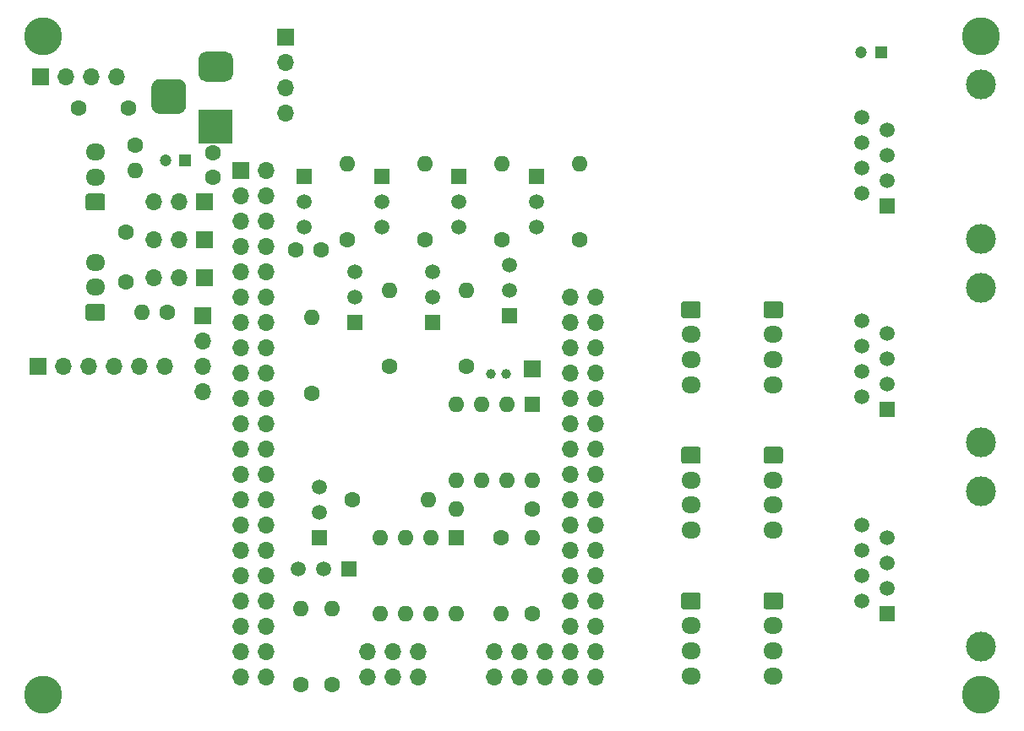
<source format=gbr>
%TF.GenerationSoftware,KiCad,Pcbnew,5.1.10-88a1d61d58~90~ubuntu20.10.1*%
%TF.CreationDate,2021-08-21T12:51:11-05:00*%
%TF.ProjectId,nutrient,6e757472-6965-46e7-942e-6b696361645f,rev?*%
%TF.SameCoordinates,Original*%
%TF.FileFunction,Copper,L1,Top*%
%TF.FilePolarity,Positive*%
%FSLAX46Y46*%
G04 Gerber Fmt 4.6, Leading zero omitted, Abs format (unit mm)*
G04 Created by KiCad (PCBNEW 5.1.10-88a1d61d58~90~ubuntu20.10.1) date 2021-08-21 12:51:11*
%MOMM*%
%LPD*%
G01*
G04 APERTURE LIST*
%TA.AperFunction,ComponentPad*%
%ADD10C,1.200000*%
%TD*%
%TA.AperFunction,ComponentPad*%
%ADD11R,1.200000X1.200000*%
%TD*%
%TA.AperFunction,ComponentPad*%
%ADD12C,1.600000*%
%TD*%
%TA.AperFunction,ComponentPad*%
%ADD13R,1.700000X1.700000*%
%TD*%
%TA.AperFunction,ComponentPad*%
%ADD14O,1.700000X1.700000*%
%TD*%
%TA.AperFunction,ComponentPad*%
%ADD15O,1.600000X1.600000*%
%TD*%
%TA.AperFunction,ConnectorPad*%
%ADD16C,3.800000*%
%TD*%
%TA.AperFunction,ComponentPad*%
%ADD17C,2.600000*%
%TD*%
%TA.AperFunction,ComponentPad*%
%ADD18C,1.500000*%
%TD*%
%TA.AperFunction,ComponentPad*%
%ADD19R,1.500000X1.500000*%
%TD*%
%TA.AperFunction,ComponentPad*%
%ADD20R,3.500000X3.500000*%
%TD*%
%TA.AperFunction,ComponentPad*%
%ADD21O,1.950000X1.700000*%
%TD*%
%TA.AperFunction,ComponentPad*%
%ADD22C,3.000000*%
%TD*%
%TA.AperFunction,ComponentPad*%
%ADD23R,1.600000X1.600000*%
%TD*%
%TA.AperFunction,ComponentPad*%
%ADD24C,1.000000*%
%TD*%
G04 APERTURE END LIST*
D10*
%TO.P,C6,2*%
%TO.N,GND*%
X114332000Y-49784000D03*
D11*
%TO.P,C6,1*%
%TO.N,/VIN1*%
X116332000Y-49784000D03*
%TD*%
D12*
%TO.P,C5,2*%
%TO.N,Net-(C5-Pad2)*%
X110664000Y-44577000D03*
%TO.P,C5,1*%
%TO.N,GND*%
X105664000Y-44577000D03*
%TD*%
%TO.P,C4,2*%
%TO.N,GND*%
X110363000Y-57023000D03*
%TO.P,C4,1*%
%TO.N,Net-(C4-Pad1)*%
X110363000Y-62023000D03*
%TD*%
D13*
%TO.P,JI2C3,1*%
%TO.N,/SCL*%
X126365000Y-37465000D03*
D14*
%TO.P,JI2C3,2*%
%TO.N,/SDA*%
X126365000Y-40005000D03*
%TO.P,JI2C3,3*%
%TO.N,GND*%
X126365000Y-42545000D03*
%TO.P,JI2C3,4*%
%TO.N,/5V2*%
X126365000Y-45085000D03*
%TD*%
D13*
%TO.P,J9,1*%
%TO.N,/INT4*%
X151130000Y-70739000D03*
%TD*%
D14*
%TO.P,JI2C2,4*%
%TO.N,/5V2*%
X109474000Y-41402000D03*
%TO.P,JI2C2,3*%
%TO.N,GND*%
X106934000Y-41402000D03*
%TO.P,JI2C2,2*%
%TO.N,/SCL*%
X104394000Y-41402000D03*
D13*
%TO.P,JI2C2,1*%
%TO.N,/SDA*%
X101854000Y-41402000D03*
%TD*%
D14*
%TO.P,XA1,D43*%
%TO.N,Net-(J3-Pad4)*%
X154940000Y-96520000D03*
%TO.P,XA1,D42*%
%TO.N,Net-(J3-Pad3)*%
X157480000Y-96520000D03*
%TO.P,XA1,D18*%
%TO.N,Net-(XA1-PadD18)*%
X124460000Y-86360000D03*
%TO.P,XA1,D25*%
%TO.N,Net-(XA1-PadD25)*%
X121920000Y-93980000D03*
D13*
%TO.P,XA1,VIN1*%
%TO.N,/VIN1*%
X121920000Y-50800000D03*
D14*
%TO.P,XA1,D33*%
%TO.N,Net-(J5-Pad2)*%
X154940000Y-83820000D03*
%TO.P,XA1,3V2*%
%TO.N,Net-(XA1-Pad3V2)*%
X124460000Y-58420000D03*
%TO.P,XA1,D16*%
%TO.N,Net-(XA1-PadD16)*%
X124460000Y-83820000D03*
%TO.P,XA1,AREF*%
%TO.N,/VIN*%
X124460000Y-60960000D03*
%TO.P,XA1,D10*%
%TO.N,Net-(RQ7-Pad1)*%
X124460000Y-76200000D03*
%TO.P,XA1,D8*%
%TO.N,Net-(RQ5-Pad1)*%
X124460000Y-73660000D03*
%TO.P,XA1,D36*%
%TO.N,Net-(J4-Pad1)*%
X157480000Y-88900000D03*
%TO.P,XA1,D9*%
%TO.N,Net-(RQ6-Pad1)*%
X121920000Y-73660000D03*
%TO.P,XA1,D6*%
%TO.N,Net-(RQ3-Pad1)*%
X124460000Y-71120000D03*
%TO.P,XA1,5V1*%
%TO.N,/5V2*%
X121920000Y-55880000D03*
%TO.P,XA1,D1*%
%TO.N,Net-(XA1-PadD1)*%
X121920000Y-63500000D03*
%TO.P,XA1,D20*%
%TO.N,/SDA*%
X124460000Y-88900000D03*
%TO.P,XA1,D4*%
%TO.N,Net-(RQ1-Pad1)*%
X124460000Y-68580000D03*
%TO.P,XA1,D24*%
%TO.N,Net-(XA1-PadD24)*%
X124460000Y-93980000D03*
%TO.P,XA1,D3*%
%TO.N,/INT1*%
X121920000Y-66040000D03*
%TO.P,XA1,D23*%
%TO.N,/SS2*%
X121920000Y-91440000D03*
%TO.P,XA1,3V1*%
%TO.N,Net-(JP1-Pad1)*%
X121920000Y-58420000D03*
%TO.P,XA1,D7*%
%TO.N,Net-(RQ4-Pad1)*%
X121920000Y-71120000D03*
%TO.P,XA1,D40*%
%TO.N,Net-(J3-Pad1)*%
X157480000Y-93980000D03*
%TO.P,XA1,D17*%
%TO.N,Net-(XA1-PadD17)*%
X121920000Y-83820000D03*
%TO.P,XA1,D49*%
%TO.N,Net-(J1-Pad1)*%
X152400000Y-99060000D03*
%TO.P,XA1,D14*%
%TO.N,Net-(XA1-PadD14)*%
X124460000Y-81280000D03*
%TO.P,XA1,RST2*%
%TO.N,Net-(XA1-PadRST2)*%
X134620000Y-99060000D03*
%TO.P,XA1,D52*%
%TO.N,Net-(XA1-PadD52)*%
X147320000Y-101600000D03*
%TO.P,XA1,D50*%
%TO.N,Net-(XA1-PadD50)*%
X149860000Y-101600000D03*
%TO.P,XA1,D38*%
%TO.N,Net-(J4-Pad3)*%
X157480000Y-91440000D03*
%TO.P,XA1,A6*%
%TO.N,Net-(JS1-Pad7)*%
X157480000Y-71120000D03*
%TO.P,XA1,A12*%
%TO.N,Net-(J6-Pad1)*%
X157480000Y-78740000D03*
%TO.P,XA1,D34*%
%TO.N,Net-(J5-Pad3)*%
X157480000Y-86360000D03*
%TO.P,XA1,MOSI*%
%TO.N,/MOSI*%
X137160000Y-101600000D03*
%TO.P,XA1,SCK*%
%TO.N,/SCK*%
X137160000Y-99060000D03*
%TO.P,XA1,D39*%
%TO.N,Net-(J4-Pad4)*%
X154940000Y-91440000D03*
%TO.P,XA1,A13*%
%TO.N,Net-(J6-Pad2)*%
X154940000Y-78740000D03*
%TO.P,XA1,D28*%
%TO.N,Net-(XA1-PadD28)*%
X124460000Y-99060000D03*
%TO.P,XA1,A10*%
%TO.N,Net-(JS1-Pad3)*%
X157480000Y-76200000D03*
%TO.P,XA1,A0*%
%TO.N,Net-(JS2-Pad7)*%
X157480000Y-63500000D03*
%TO.P,XA1,MISO*%
%TO.N,/MISO*%
X139700000Y-99060000D03*
%TO.P,XA1,D48*%
%TO.N,Net-(J1-Pad2)*%
X152400000Y-101600000D03*
%TO.P,XA1,D19*%
%TO.N,Net-(XA1-PadD19)*%
X121920000Y-86360000D03*
%TO.P,XA1,D29*%
%TO.N,Net-(XA1-PadD29)*%
X121920000Y-99060000D03*
%TO.P,XA1,A15*%
%TO.N,Net-(J6-Pad4)*%
X154940000Y-81280000D03*
%TO.P,XA1,D12*%
%TO.N,/INT4*%
X124460000Y-78740000D03*
%TO.P,XA1,D22*%
%TO.N,/SS1*%
X124460000Y-91440000D03*
%TO.P,XA1,A1*%
%TO.N,Net-(JS2-Pad6)*%
X154940000Y-63500000D03*
%TO.P,XA1,A11*%
%TO.N,Net-(JS1-Pad2)*%
X154940000Y-76200000D03*
%TO.P,XA1,A2*%
%TO.N,Net-(JS2-Pad5)*%
X157480000Y-66040000D03*
%TO.P,XA1,D30*%
%TO.N,/D30*%
X124460000Y-101600000D03*
%TO.P,XA1,A8*%
%TO.N,Net-(JS1-Pad5)*%
X157480000Y-73660000D03*
%TO.P,XA1,A3*%
%TO.N,Net-(JS2-Pad4)*%
X154940000Y-66040000D03*
%TO.P,XA1,D46*%
%TO.N,Net-(J2-Pad3)*%
X157480000Y-101600000D03*
%TO.P,XA1,D47*%
%TO.N,Net-(J2-Pad4)*%
X154940000Y-101600000D03*
%TO.P,XA1,A9*%
%TO.N,Net-(JS1-Pad4)*%
X154940000Y-73660000D03*
%TO.P,XA1,D44*%
%TO.N,Net-(J2-Pad1)*%
X157480000Y-99060000D03*
%TO.P,XA1,D21*%
%TO.N,/SCL*%
X121920000Y-88900000D03*
%TO.P,XA1,D45*%
%TO.N,Net-(J2-Pad2)*%
X154940000Y-99060000D03*
%TO.P,XA1,D27*%
%TO.N,Net-(XA1-PadD27)*%
X121920000Y-96520000D03*
%TO.P,XA1,GND3*%
%TO.N,/GND3*%
X134620000Y-101600000D03*
%TO.P,XA1,D32*%
%TO.N,Net-(J5-Pad1)*%
X157480000Y-83820000D03*
%TO.P,XA1,A4*%
%TO.N,Net-(JS2-Pad3)*%
X157480000Y-68580000D03*
%TO.P,XA1,GND1*%
%TO.N,GND*%
X121920000Y-53340000D03*
%TO.P,XA1,D5*%
%TO.N,Net-(RQ2-Pad1)*%
X121920000Y-68580000D03*
%TO.P,XA1,D2*%
%TO.N,/INT0*%
X124460000Y-66040000D03*
%TO.P,XA1,VIN2*%
%TO.N,/VIN1*%
X124460000Y-50800000D03*
%TO.P,XA1,GND2*%
%TO.N,GND*%
X124460000Y-53340000D03*
%TO.P,XA1,D53*%
%TO.N,Net-(XA1-PadD53)*%
X147320000Y-99060000D03*
%TO.P,XA1,A14*%
%TO.N,Net-(J6-Pad3)*%
X157480000Y-81280000D03*
%TO.P,XA1,D0*%
%TO.N,Net-(XA1-PadD0)*%
X124460000Y-63500000D03*
%TO.P,XA1,D41*%
%TO.N,Net-(J3-Pad2)*%
X154940000Y-93980000D03*
%TO.P,XA1,5V2*%
%TO.N,/5V2*%
X124460000Y-55880000D03*
%TO.P,XA1,D11*%
%TO.N,Net-(XA1-PadD11)*%
X121920000Y-76200000D03*
%TO.P,XA1,D26*%
%TO.N,Net-(XA1-PadD26)*%
X124460000Y-96520000D03*
%TO.P,XA1,5V3*%
%TO.N,/5V3*%
X139700000Y-101600000D03*
%TO.P,XA1,D15*%
%TO.N,Net-(XA1-PadD15)*%
X121920000Y-81280000D03*
%TO.P,XA1,D51*%
%TO.N,Net-(XA1-PadD51)*%
X149860000Y-99060000D03*
%TO.P,XA1,A5*%
%TO.N,Net-(JS2-Pad2)*%
X154940000Y-68580000D03*
%TO.P,XA1,A7*%
%TO.N,Net-(JS1-Pad6)*%
X154940000Y-71120000D03*
%TO.P,XA1,D37*%
%TO.N,Net-(J4-Pad2)*%
X154940000Y-88900000D03*
%TO.P,XA1,D31*%
%TO.N,/D31*%
X121920000Y-101600000D03*
%TO.P,XA1,D35*%
%TO.N,Net-(J5-Pad4)*%
X154940000Y-86360000D03*
%TO.P,XA1,RST1*%
%TO.N,Net-(XA1-PadRST1)*%
X121920000Y-60960000D03*
%TO.P,XA1,D13*%
%TO.N,Net-(XA1-PadD13)*%
X121920000Y-78740000D03*
%TD*%
D15*
%TO.P,R6,2*%
%TO.N,/INT0*%
X111315500Y-50800000D03*
D12*
%TO.P,R6,1*%
%TO.N,Net-(C5-Pad2)*%
X111315500Y-48260000D03*
%TD*%
D14*
%TO.P,JP1,3*%
%TO.N,/5V2*%
X113157000Y-53975000D03*
%TO.P,JP1,2*%
%TO.N,/VIN*%
X115697000Y-53975000D03*
D13*
%TO.P,JP1,1*%
%TO.N,Net-(JP1-Pad1)*%
X118237000Y-53975000D03*
%TD*%
D14*
%TO.P,JI2C1,4*%
%TO.N,/SDA*%
X118110000Y-73025000D03*
%TO.P,JI2C1,3*%
%TO.N,/SCL*%
X118110000Y-70485000D03*
%TO.P,JI2C1,2*%
%TO.N,GND*%
X118110000Y-67945000D03*
D13*
%TO.P,JI2C1,1*%
%TO.N,/5V2*%
X118110000Y-65405000D03*
%TD*%
D12*
%TO.P,C2,2*%
%TO.N,/VIN1*%
X119126000Y-49022000D03*
%TO.P,C2,1*%
%TO.N,GND*%
X119126000Y-51522000D03*
%TD*%
%TO.P,C1,2*%
%TO.N,/5V2*%
X127421000Y-58801000D03*
%TO.P,C1,1*%
%TO.N,GND*%
X129921000Y-58801000D03*
%TD*%
D15*
%TO.P,R5,2*%
%TO.N,Net-(C4-Pad1)*%
X112014000Y-65024000D03*
D12*
%TO.P,R5,1*%
%TO.N,/INT1*%
X114554000Y-65024000D03*
%TD*%
D14*
%TO.P,JP2,3*%
%TO.N,GND*%
X113157000Y-57785000D03*
%TO.P,JP2,2*%
%TO.N,/INT0*%
X115697000Y-57785000D03*
D13*
%TO.P,JP2,1*%
%TO.N,/VIN*%
X118237000Y-57785000D03*
%TD*%
D14*
%TO.P,JP3,3*%
%TO.N,GND*%
X113157000Y-61595000D03*
%TO.P,JP3,2*%
%TO.N,/INT1*%
X115697000Y-61595000D03*
D13*
%TO.P,JP3,1*%
%TO.N,/VIN*%
X118237000Y-61595000D03*
%TD*%
D10*
%TO.P,C3,2*%
%TO.N,/VIN1*%
X184055000Y-38989000D03*
D11*
%TO.P,C3,1*%
%TO.N,GND*%
X186055000Y-38989000D03*
%TD*%
D16*
%TO.P,H4,1*%
%TO.N,N/C*%
X196088000Y-37338000D03*
D17*
X196088000Y-37338000D03*
%TD*%
D16*
%TO.P,H3,1*%
%TO.N,N/C*%
X102108000Y-37338000D03*
D17*
X102108000Y-37338000D03*
%TD*%
D16*
%TO.P,H2,1*%
%TO.N,N/C*%
X196088000Y-103378000D03*
D17*
X196088000Y-103378000D03*
%TD*%
D16*
%TO.P,H1,1*%
%TO.N,N/C*%
X102108000Y-103378000D03*
D17*
X102108000Y-103378000D03*
%TD*%
D15*
%TO.P,R2,2*%
%TO.N,/SS1*%
X131064000Y-94742000D03*
D12*
%TO.P,R2,1*%
%TO.N,/5V3*%
X131064000Y-102362000D03*
%TD*%
D15*
%TO.P,R1,2*%
%TO.N,/SS2*%
X127889000Y-94742000D03*
D12*
%TO.P,R1,1*%
%TO.N,/5V3*%
X127889000Y-102362000D03*
%TD*%
D18*
%TO.P,Q5,2*%
%TO.N,Net-(Q5-Pad2)*%
X133350000Y-63500000D03*
%TO.P,Q5,3*%
%TO.N,GND*%
X133350000Y-60960000D03*
D19*
%TO.P,Q5,1*%
%TO.N,Net-(JM1-Pad3)*%
X133350000Y-66040000D03*
%TD*%
D20*
%TO.P,JDC1,1*%
%TO.N,/VIN1*%
X119380000Y-46386000D03*
%TO.P,JDC1,2*%
%TO.N,GND*%
%TA.AperFunction,ComponentPad*%
G36*
G01*
X118380000Y-38886000D02*
X120380000Y-38886000D01*
G75*
G02*
X121130000Y-39636000I0J-750000D01*
G01*
X121130000Y-41136000D01*
G75*
G02*
X120380000Y-41886000I-750000J0D01*
G01*
X118380000Y-41886000D01*
G75*
G02*
X117630000Y-41136000I0J750000D01*
G01*
X117630000Y-39636000D01*
G75*
G02*
X118380000Y-38886000I750000J0D01*
G01*
G37*
%TD.AperFunction*%
%TA.AperFunction,ComponentPad*%
G36*
G01*
X113805000Y-41636000D02*
X115555000Y-41636000D01*
G75*
G02*
X116430000Y-42511000I0J-875000D01*
G01*
X116430000Y-44261000D01*
G75*
G02*
X115555000Y-45136000I-875000J0D01*
G01*
X113805000Y-45136000D01*
G75*
G02*
X112930000Y-44261000I0J875000D01*
G01*
X112930000Y-42511000D01*
G75*
G02*
X113805000Y-41636000I875000J0D01*
G01*
G37*
%TD.AperFunction*%
%TD*%
D21*
%TO.P,J8,3*%
%TO.N,/VIN*%
X107315000Y-48975000D03*
%TO.P,J8,2*%
%TO.N,GND*%
X107315000Y-51475000D03*
%TO.P,J8,1*%
%TO.N,Net-(C5-Pad2)*%
%TA.AperFunction,ComponentPad*%
G36*
G01*
X108040000Y-54825000D02*
X106590000Y-54825000D01*
G75*
G02*
X106340000Y-54575000I0J250000D01*
G01*
X106340000Y-53375000D01*
G75*
G02*
X106590000Y-53125000I250000J0D01*
G01*
X108040000Y-53125000D01*
G75*
G02*
X108290000Y-53375000I0J-250000D01*
G01*
X108290000Y-54575000D01*
G75*
G02*
X108040000Y-54825000I-250000J0D01*
G01*
G37*
%TD.AperFunction*%
%TD*%
%TO.P,J7,3*%
%TO.N,/VIN*%
X107315000Y-60024000D03*
%TO.P,J7,2*%
%TO.N,GND*%
X107315000Y-62524000D03*
%TO.P,J7,1*%
%TO.N,Net-(C4-Pad1)*%
%TA.AperFunction,ComponentPad*%
G36*
G01*
X108040000Y-65874000D02*
X106590000Y-65874000D01*
G75*
G02*
X106340000Y-65624000I0J250000D01*
G01*
X106340000Y-64424000D01*
G75*
G02*
X106590000Y-64174000I250000J0D01*
G01*
X108040000Y-64174000D01*
G75*
G02*
X108290000Y-64424000I0J-250000D01*
G01*
X108290000Y-65624000D01*
G75*
G02*
X108040000Y-65874000I-250000J0D01*
G01*
G37*
%TD.AperFunction*%
%TD*%
D13*
%TO.P,JSPI1,1*%
%TO.N,GND*%
X101600000Y-70485000D03*
D14*
%TO.P,JSPI1,2*%
%TO.N,/5V3*%
X104140000Y-70485000D03*
%TO.P,JSPI1,3*%
%TO.N,Net-(JSPI1-Pad3)*%
X106680000Y-70485000D03*
%TO.P,JSPI1,4*%
%TO.N,/MOSI*%
X109220000Y-70485000D03*
%TO.P,JSPI1,5*%
%TO.N,/SCK*%
X111760000Y-70485000D03*
%TO.P,JSPI1,6*%
%TO.N,/SS2*%
X114300000Y-70485000D03*
%TD*%
D22*
%TO.P,JS2,SH*%
%TO.N,GND*%
X196088000Y-62565000D03*
D18*
%TO.P,JS2,3*%
%TO.N,Net-(JS2-Pad3)*%
X186688000Y-72240000D03*
%TO.P,JS2,5*%
%TO.N,Net-(JS2-Pad5)*%
X186688000Y-69700000D03*
%TO.P,JS2,4*%
%TO.N,Net-(JS2-Pad4)*%
X184148000Y-70970000D03*
%TO.P,JS2,7*%
%TO.N,Net-(JS2-Pad7)*%
X186688000Y-67160000D03*
D19*
%TO.P,JS2,1*%
%TO.N,/VIN*%
X186688000Y-74780000D03*
D18*
%TO.P,JS2,2*%
%TO.N,Net-(JS2-Pad2)*%
X184148000Y-73510000D03*
D22*
%TO.P,JS2,SH*%
%TO.N,GND*%
X196088000Y-78105000D03*
D18*
%TO.P,JS2,8*%
X184148000Y-65890000D03*
%TO.P,JS2,6*%
%TO.N,Net-(JS2-Pad6)*%
X184148000Y-68430000D03*
%TD*%
D15*
%TO.P,U1,8*%
%TO.N,/5V3*%
X143510000Y-95250000D03*
%TO.P,U1,4*%
%TO.N,/GND3*%
X135890000Y-87630000D03*
%TO.P,U1,7*%
%TO.N,/5V3*%
X140970000Y-95250000D03*
%TO.P,U1,3*%
%TO.N,Net-(U1-Pad3)*%
X138430000Y-87630000D03*
%TO.P,U1,6*%
%TO.N,/SCK*%
X138430000Y-95250000D03*
%TO.P,U1,2*%
%TO.N,/MISO*%
X140970000Y-87630000D03*
%TO.P,U1,5*%
%TO.N,/MOSI*%
X135890000Y-95250000D03*
D23*
%TO.P,U1,1*%
%TO.N,/CS*%
X143510000Y-87630000D03*
%TD*%
D21*
%TO.P,J3,4*%
%TO.N,Net-(J3-Pad4)*%
X175260000Y-86875000D03*
%TO.P,J3,3*%
%TO.N,Net-(J3-Pad3)*%
X175260000Y-84375000D03*
%TO.P,J3,2*%
%TO.N,Net-(J3-Pad2)*%
X175260000Y-81875000D03*
%TO.P,J3,1*%
%TO.N,Net-(J3-Pad1)*%
%TA.AperFunction,ComponentPad*%
G36*
G01*
X174535000Y-78525000D02*
X175985000Y-78525000D01*
G75*
G02*
X176235000Y-78775000I0J-250000D01*
G01*
X176235000Y-79975000D01*
G75*
G02*
X175985000Y-80225000I-250000J0D01*
G01*
X174535000Y-80225000D01*
G75*
G02*
X174285000Y-79975000I0J250000D01*
G01*
X174285000Y-78775000D01*
G75*
G02*
X174535000Y-78525000I250000J0D01*
G01*
G37*
%TD.AperFunction*%
%TD*%
D24*
%TO.P,Y1,2*%
%TO.N,Net-(U2-Pad2)*%
X146963000Y-71247000D03*
%TO.P,Y1,1*%
%TO.N,Net-(U2-Pad1)*%
X148463000Y-71247000D03*
%TD*%
D21*
%TO.P,J1,4*%
%TO.N,/D31*%
X175260000Y-101480000D03*
%TO.P,J1,3*%
%TO.N,/D30*%
X175260000Y-98980000D03*
%TO.P,J1,2*%
%TO.N,Net-(J1-Pad2)*%
X175260000Y-96480000D03*
%TO.P,J1,1*%
%TO.N,Net-(J1-Pad1)*%
%TA.AperFunction,ComponentPad*%
G36*
G01*
X174535000Y-93130000D02*
X175985000Y-93130000D01*
G75*
G02*
X176235000Y-93380000I0J-250000D01*
G01*
X176235000Y-94580000D01*
G75*
G02*
X175985000Y-94830000I-250000J0D01*
G01*
X174535000Y-94830000D01*
G75*
G02*
X174285000Y-94580000I0J250000D01*
G01*
X174285000Y-93380000D01*
G75*
G02*
X174535000Y-93130000I250000J0D01*
G01*
G37*
%TD.AperFunction*%
%TD*%
D15*
%TO.P,RQ7,2*%
%TO.N,Net-(Q7-Pad2)*%
X144526000Y-62865000D03*
D12*
%TO.P,RQ7,1*%
%TO.N,Net-(RQ7-Pad1)*%
X144526000Y-70485000D03*
%TD*%
D18*
%TO.P,Q7,2*%
%TO.N,Net-(Q7-Pad2)*%
X148844000Y-62865000D03*
%TO.P,Q7,3*%
%TO.N,GND*%
X148844000Y-60325000D03*
D19*
%TO.P,Q7,1*%
%TO.N,Net-(JM1-Pad2)*%
X148844000Y-65405000D03*
%TD*%
D22*
%TO.P,JM1,SH*%
%TO.N,GND*%
X196088000Y-42164000D03*
D18*
%TO.P,JM1,3*%
%TO.N,Net-(JM1-Pad3)*%
X186688000Y-51839000D03*
%TO.P,JM1,5*%
%TO.N,/VIN1*%
X186688000Y-49299000D03*
%TO.P,JM1,4*%
%TO.N,Net-(JM1-Pad4)*%
X184148000Y-50569000D03*
%TO.P,JM1,7*%
%TO.N,Net-(JM1-Pad7)*%
X186688000Y-46759000D03*
D19*
%TO.P,JM1,1*%
%TO.N,Net-(JM1-Pad1)*%
X186688000Y-54379000D03*
D18*
%TO.P,JM1,2*%
%TO.N,Net-(JM1-Pad2)*%
X184148000Y-53109000D03*
D22*
%TO.P,JM1,SH*%
%TO.N,GND*%
X196088000Y-57704000D03*
D18*
%TO.P,JM1,8*%
%TO.N,Net-(JM1-Pad8)*%
X184148000Y-45489000D03*
%TO.P,JM1,6*%
%TO.N,Net-(JM1-Pad6)*%
X184148000Y-48029000D03*
%TD*%
D21*
%TO.P,J2,4*%
%TO.N,Net-(J2-Pad4)*%
X167005000Y-101480000D03*
%TO.P,J2,3*%
%TO.N,Net-(J2-Pad3)*%
X167005000Y-98980000D03*
%TO.P,J2,2*%
%TO.N,Net-(J2-Pad2)*%
X167005000Y-96480000D03*
%TO.P,J2,1*%
%TO.N,Net-(J2-Pad1)*%
%TA.AperFunction,ComponentPad*%
G36*
G01*
X166280000Y-93130000D02*
X167730000Y-93130000D01*
G75*
G02*
X167980000Y-93380000I0J-250000D01*
G01*
X167980000Y-94580000D01*
G75*
G02*
X167730000Y-94830000I-250000J0D01*
G01*
X166280000Y-94830000D01*
G75*
G02*
X166030000Y-94580000I0J250000D01*
G01*
X166030000Y-93380000D01*
G75*
G02*
X166280000Y-93130000I250000J0D01*
G01*
G37*
%TD.AperFunction*%
%TD*%
D22*
%TO.P,JS1,SH*%
%TO.N,GND*%
X196088000Y-83012000D03*
D18*
%TO.P,JS1,3*%
%TO.N,Net-(JS1-Pad3)*%
X186688000Y-92687000D03*
%TO.P,JS1,5*%
%TO.N,Net-(JS1-Pad5)*%
X186688000Y-90147000D03*
%TO.P,JS1,4*%
%TO.N,Net-(JS1-Pad4)*%
X184148000Y-91417000D03*
%TO.P,JS1,7*%
%TO.N,Net-(JS1-Pad7)*%
X186688000Y-87607000D03*
D19*
%TO.P,JS1,1*%
%TO.N,/VIN*%
X186688000Y-95227000D03*
D18*
%TO.P,JS1,2*%
%TO.N,Net-(JS1-Pad2)*%
X184148000Y-93957000D03*
D22*
%TO.P,JS1,SH*%
%TO.N,GND*%
X196088000Y-98552000D03*
D18*
%TO.P,JS1,8*%
X184148000Y-86337000D03*
%TO.P,JS1,6*%
%TO.N,Net-(JS1-Pad6)*%
X184148000Y-88877000D03*
%TD*%
D15*
%TO.P,RQ1,2*%
%TO.N,Net-(Q1-Pad2)*%
X132588000Y-50165000D03*
D12*
%TO.P,RQ1,1*%
%TO.N,Net-(RQ1-Pad1)*%
X132588000Y-57785000D03*
%TD*%
D15*
%TO.P,RQ2,2*%
%TO.N,Net-(Q2-Pad2)*%
X140335000Y-50165000D03*
D12*
%TO.P,RQ2,1*%
%TO.N,Net-(RQ2-Pad1)*%
X140335000Y-57785000D03*
%TD*%
D18*
%TO.P,Q1,2*%
%TO.N,Net-(Q1-Pad2)*%
X128270000Y-53975000D03*
%TO.P,Q1,3*%
%TO.N,GND*%
X128270000Y-56515000D03*
D19*
%TO.P,Q1,1*%
%TO.N,Net-(JM1-Pad7)*%
X128270000Y-51435000D03*
%TD*%
D18*
%TO.P,Q2,2*%
%TO.N,Net-(Q2-Pad2)*%
X136017000Y-53975000D03*
%TO.P,Q2,3*%
%TO.N,GND*%
X136017000Y-56515000D03*
D19*
%TO.P,Q2,1*%
%TO.N,Net-(JM1-Pad8)*%
X136017000Y-51435000D03*
%TD*%
D15*
%TO.P,U2,8*%
%TO.N,/5V3*%
X151130000Y-81915000D03*
%TO.P,U2,4*%
%TO.N,GND*%
X143510000Y-74295000D03*
%TO.P,U2,7*%
%TO.N,Net-(U2-Pad7)*%
X148590000Y-81915000D03*
%TO.P,U2,3*%
%TO.N,Net-(BT1-Pad1)*%
X146050000Y-74295000D03*
%TO.P,U2,6*%
%TO.N,/SCL*%
X146050000Y-81915000D03*
%TO.P,U2,2*%
%TO.N,Net-(U2-Pad2)*%
X148590000Y-74295000D03*
%TO.P,U2,5*%
%TO.N,/SDA*%
X143510000Y-81915000D03*
D23*
%TO.P,U2,1*%
%TO.N,Net-(U2-Pad1)*%
X151130000Y-74295000D03*
%TD*%
D15*
%TO.P,R3,2*%
%TO.N,/CS*%
X140716000Y-83820000D03*
D12*
%TO.P,R3,1*%
%TO.N,Net-(QSO1-Pad2)*%
X133096000Y-83820000D03*
%TD*%
D15*
%TO.P,R20,2*%
%TO.N,/5V3*%
X151130000Y-87630000D03*
D12*
%TO.P,R20,1*%
%TO.N,/SDA*%
X151130000Y-95250000D03*
%TD*%
D15*
%TO.P,R21,2*%
%TO.N,/SCL*%
X143510000Y-84772500D03*
D12*
%TO.P,R21,1*%
%TO.N,/5V3*%
X151130000Y-84772500D03*
%TD*%
D15*
%TO.P,R4,2*%
%TO.N,/5V3*%
X147955000Y-95250000D03*
D12*
%TO.P,R4,1*%
%TO.N,/CS*%
X147955000Y-87630000D03*
%TD*%
D15*
%TO.P,RQ5,2*%
%TO.N,Net-(Q5-Pad2)*%
X129032000Y-65532000D03*
D12*
%TO.P,RQ5,1*%
%TO.N,Net-(RQ5-Pad1)*%
X129032000Y-73152000D03*
%TD*%
D15*
%TO.P,RQ6,2*%
%TO.N,Net-(Q6-Pad2)*%
X136779000Y-62865000D03*
D12*
%TO.P,RQ6,1*%
%TO.N,Net-(RQ6-Pad1)*%
X136779000Y-70485000D03*
%TD*%
D15*
%TO.P,RQ3,2*%
%TO.N,Net-(Q3-Pad2)*%
X148082000Y-50165000D03*
D12*
%TO.P,RQ3,1*%
%TO.N,Net-(RQ3-Pad1)*%
X148082000Y-57785000D03*
%TD*%
D15*
%TO.P,RQ4,2*%
%TO.N,Net-(Q4-Pad2)*%
X155829000Y-50165000D03*
D12*
%TO.P,RQ4,1*%
%TO.N,Net-(RQ4-Pad1)*%
X155829000Y-57785000D03*
%TD*%
D19*
%TO.P,QSO1,1*%
%TO.N,/MISO*%
X129794000Y-87630000D03*
D18*
%TO.P,QSO1,3*%
%TO.N,Net-(JSPI1-Pad3)*%
X129794000Y-82550000D03*
%TO.P,QSO1,2*%
%TO.N,Net-(QSO1-Pad2)*%
X129794000Y-85090000D03*
%TD*%
D19*
%TO.P,QSS1,1*%
%TO.N,/GND3*%
X132715000Y-90805000D03*
D18*
%TO.P,QSS1,3*%
%TO.N,/CS*%
X127635000Y-90805000D03*
%TO.P,QSS1,2*%
%TO.N,/SS1*%
X130175000Y-90805000D03*
%TD*%
%TO.P,Q6,2*%
%TO.N,Net-(Q6-Pad2)*%
X141097000Y-63500000D03*
%TO.P,Q6,3*%
%TO.N,GND*%
X141097000Y-60960000D03*
D19*
%TO.P,Q6,1*%
%TO.N,Net-(JM1-Pad1)*%
X141097000Y-66040000D03*
%TD*%
D18*
%TO.P,Q3,2*%
%TO.N,Net-(Q3-Pad2)*%
X143764000Y-53975000D03*
%TO.P,Q3,3*%
%TO.N,GND*%
X143764000Y-56515000D03*
D19*
%TO.P,Q3,1*%
%TO.N,Net-(JM1-Pad6)*%
X143764000Y-51435000D03*
%TD*%
D18*
%TO.P,Q4,2*%
%TO.N,Net-(Q4-Pad2)*%
X151511000Y-53975000D03*
%TO.P,Q4,3*%
%TO.N,GND*%
X151511000Y-56515000D03*
D19*
%TO.P,Q4,1*%
%TO.N,Net-(JM1-Pad4)*%
X151511000Y-51435000D03*
%TD*%
D21*
%TO.P,J6,4*%
%TO.N,Net-(J6-Pad4)*%
X167005000Y-72270000D03*
%TO.P,J6,3*%
%TO.N,Net-(J6-Pad3)*%
X167005000Y-69770000D03*
%TO.P,J6,2*%
%TO.N,Net-(J6-Pad2)*%
X167005000Y-67270000D03*
%TO.P,J6,1*%
%TO.N,Net-(J6-Pad1)*%
%TA.AperFunction,ComponentPad*%
G36*
G01*
X166280000Y-63920000D02*
X167730000Y-63920000D01*
G75*
G02*
X167980000Y-64170000I0J-250000D01*
G01*
X167980000Y-65370000D01*
G75*
G02*
X167730000Y-65620000I-250000J0D01*
G01*
X166280000Y-65620000D01*
G75*
G02*
X166030000Y-65370000I0J250000D01*
G01*
X166030000Y-64170000D01*
G75*
G02*
X166280000Y-63920000I250000J0D01*
G01*
G37*
%TD.AperFunction*%
%TD*%
%TO.P,J5,4*%
%TO.N,Net-(J5-Pad4)*%
X175260000Y-72270000D03*
%TO.P,J5,3*%
%TO.N,Net-(J5-Pad3)*%
X175260000Y-69770000D03*
%TO.P,J5,2*%
%TO.N,Net-(J5-Pad2)*%
X175260000Y-67270000D03*
%TO.P,J5,1*%
%TO.N,Net-(J5-Pad1)*%
%TA.AperFunction,ComponentPad*%
G36*
G01*
X174535000Y-63920000D02*
X175985000Y-63920000D01*
G75*
G02*
X176235000Y-64170000I0J-250000D01*
G01*
X176235000Y-65370000D01*
G75*
G02*
X175985000Y-65620000I-250000J0D01*
G01*
X174535000Y-65620000D01*
G75*
G02*
X174285000Y-65370000I0J250000D01*
G01*
X174285000Y-64170000D01*
G75*
G02*
X174535000Y-63920000I250000J0D01*
G01*
G37*
%TD.AperFunction*%
%TD*%
%TO.P,J4,4*%
%TO.N,Net-(J4-Pad4)*%
X167005000Y-86875000D03*
%TO.P,J4,3*%
%TO.N,Net-(J4-Pad3)*%
X167005000Y-84375000D03*
%TO.P,J4,2*%
%TO.N,Net-(J4-Pad2)*%
X167005000Y-81875000D03*
%TO.P,J4,1*%
%TO.N,Net-(J4-Pad1)*%
%TA.AperFunction,ComponentPad*%
G36*
G01*
X166280000Y-78525000D02*
X167730000Y-78525000D01*
G75*
G02*
X167980000Y-78775000I0J-250000D01*
G01*
X167980000Y-79975000D01*
G75*
G02*
X167730000Y-80225000I-250000J0D01*
G01*
X166280000Y-80225000D01*
G75*
G02*
X166030000Y-79975000I0J250000D01*
G01*
X166030000Y-78775000D01*
G75*
G02*
X166280000Y-78525000I250000J0D01*
G01*
G37*
%TD.AperFunction*%
%TD*%
M02*

</source>
